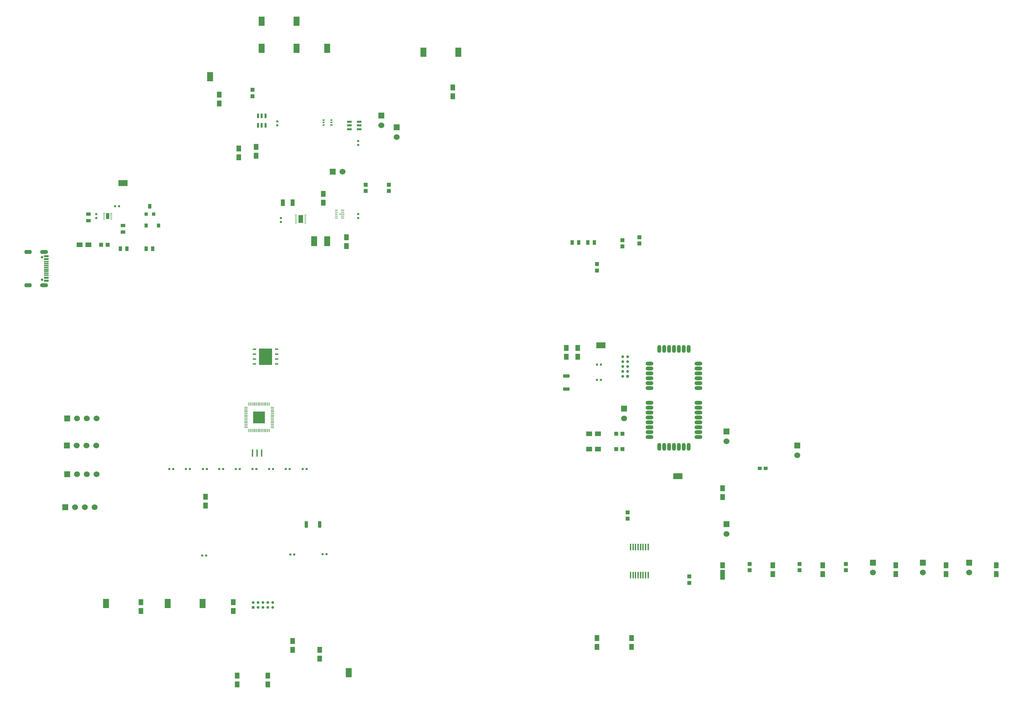
<source format=gbr>
%TF.GenerationSoftware,Altium Limited,Altium Designer,24.2.2 (26)*%
G04 Layer_Physical_Order=1*
G04 Layer_Color=255*
%FSLAX45Y45*%
%MOMM*%
%TF.SameCoordinates,E801744C-0769-472F-B71A-A4CB6A2CC1AD*%
%TF.FilePolarity,Positive*%
%TF.FileFunction,Copper,L1,Top,Signal*%
%TF.Part,Single*%
G01*
G75*
%TA.AperFunction,ConnectorPad*%
%ADD10R,1.27000X1.52400*%
%TA.AperFunction,SMDPad,CuDef*%
%ADD11R,1.27000X1.52400*%
G04:AMPARAMS|DCode=12|XSize=1.1mm|YSize=1.1mm|CornerRadius=0.275mm|HoleSize=0mm|Usage=FLASHONLY|Rotation=90.000|XOffset=0mm|YOffset=0mm|HoleType=Round|Shape=RoundedRectangle|*
%AMROUNDEDRECTD12*
21,1,1.10000,0.55000,0,0,90.0*
21,1,0.55000,1.10000,0,0,90.0*
1,1,0.55000,0.27500,0.27500*
1,1,0.55000,0.27500,-0.27500*
1,1,0.55000,-0.27500,-0.27500*
1,1,0.55000,-0.27500,0.27500*
%
%ADD12ROUNDEDRECTD12*%
%ADD13R,1.10000X1.10000*%
G04:AMPARAMS|DCode=14|XSize=0.91mm|YSize=1.07mm|CornerRadius=0.2275mm|HoleSize=0mm|Usage=FLASHONLY|Rotation=180.000|XOffset=0mm|YOffset=0mm|HoleType=Round|Shape=RoundedRectangle|*
%AMROUNDEDRECTD14*
21,1,0.91000,0.61500,0,0,180.0*
21,1,0.45500,1.07000,0,0,180.0*
1,1,0.45500,-0.22750,0.30750*
1,1,0.45500,0.22750,0.30750*
1,1,0.45500,0.22750,-0.30750*
1,1,0.45500,-0.22750,-0.30750*
%
%ADD14ROUNDEDRECTD14*%
%ADD15R,0.60960X0.50800*%
G04:AMPARAMS|DCode=16|XSize=0.6mm|YSize=0.25mm|CornerRadius=0.05mm|HoleSize=0mm|Usage=FLASHONLY|Rotation=0.000|XOffset=0mm|YOffset=0mm|HoleType=Round|Shape=RoundedRectangle|*
%AMROUNDEDRECTD16*
21,1,0.60000,0.15000,0,0,0.0*
21,1,0.50000,0.25000,0,0,0.0*
1,1,0.10000,0.25000,-0.07500*
1,1,0.10000,-0.25000,-0.07500*
1,1,0.10000,-0.25000,0.07500*
1,1,0.10000,0.25000,0.07500*
%
%ADD16ROUNDEDRECTD16*%
G04:AMPARAMS|DCode=17|XSize=0.9mm|YSize=0.25mm|CornerRadius=0.05mm|HoleSize=0mm|Usage=FLASHONLY|Rotation=0.000|XOffset=0mm|YOffset=0mm|HoleType=Round|Shape=RoundedRectangle|*
%AMROUNDEDRECTD17*
21,1,0.90000,0.15000,0,0,0.0*
21,1,0.80000,0.25000,0,0,0.0*
1,1,0.10000,0.40000,-0.07500*
1,1,0.10000,-0.40000,-0.07500*
1,1,0.10000,-0.40000,0.07500*
1,1,0.10000,0.40000,0.07500*
%
%ADD17ROUNDEDRECTD17*%
G04:AMPARAMS|DCode=18|XSize=1.3mm|YSize=0.25mm|CornerRadius=0.05mm|HoleSize=0mm|Usage=FLASHONLY|Rotation=0.000|XOffset=0mm|YOffset=0mm|HoleType=Round|Shape=RoundedRectangle|*
%AMROUNDEDRECTD18*
21,1,1.30000,0.15000,0,0,0.0*
21,1,1.20000,0.25000,0,0,0.0*
1,1,0.10000,0.60000,-0.07500*
1,1,0.10000,-0.60000,-0.07500*
1,1,0.10000,-0.60000,0.07500*
1,1,0.10000,0.60000,0.07500*
%
%ADD18ROUNDEDRECTD18*%
%ADD19R,0.50800X0.60960*%
%ADD20R,0.91440X1.27000*%
%ADD21R,0.91440X0.91440*%
%ADD22R,2.45000X1.65000*%
G04:AMPARAMS|DCode=23|XSize=0.9mm|YSize=1.6mm|CornerRadius=0.054mm|HoleSize=0mm|Usage=FLASHONLY|Rotation=0.000|XOffset=0mm|YOffset=0mm|HoleType=Round|Shape=RoundedRectangle|*
%AMROUNDEDRECTD23*
21,1,0.90000,1.49200,0,0,0.0*
21,1,0.79200,1.60000,0,0,0.0*
1,1,0.10800,0.39600,-0.74600*
1,1,0.10800,-0.39600,-0.74600*
1,1,0.10800,-0.39600,0.74600*
1,1,0.10800,0.39600,0.74600*
%
%ADD23ROUNDEDRECTD23*%
G04:AMPARAMS|DCode=24|XSize=0.5mm|YSize=0.25mm|CornerRadius=0.05mm|HoleSize=0mm|Usage=FLASHONLY|Rotation=0.000|XOffset=0mm|YOffset=0mm|HoleType=Round|Shape=RoundedRectangle|*
%AMROUNDEDRECTD24*
21,1,0.50000,0.15000,0,0,0.0*
21,1,0.40000,0.25000,0,0,0.0*
1,1,0.10000,0.20000,-0.07500*
1,1,0.10000,-0.20000,-0.07500*
1,1,0.10000,-0.20000,0.07500*
1,1,0.10000,0.20000,0.07500*
%
%ADD24ROUNDEDRECTD24*%
%ADD25R,1.27000X0.88900*%
G04:AMPARAMS|DCode=26|XSize=1.1mm|YSize=1.1mm|CornerRadius=0.275mm|HoleSize=0mm|Usage=FLASHONLY|Rotation=0.000|XOffset=0mm|YOffset=0mm|HoleType=Round|Shape=RoundedRectangle|*
%AMROUNDEDRECTD26*
21,1,1.10000,0.55000,0,0,0.0*
21,1,0.55000,1.10000,0,0,0.0*
1,1,0.55000,0.27500,-0.27500*
1,1,0.55000,-0.27500,-0.27500*
1,1,0.55000,-0.27500,0.27500*
1,1,0.55000,0.27500,0.27500*
%
%ADD26ROUNDEDRECTD26*%
%ADD27R,1.10000X1.10000*%
%ADD28R,1.52400X1.27000*%
%ADD29R,0.88900X1.27000*%
%TA.AperFunction,ConnectorPad*%
%ADD30R,1.15000X0.60000*%
%ADD31R,1.15000X0.30000*%
%TA.AperFunction,SMDPad,CuDef*%
%ADD32R,1.52400X2.54000*%
%ADD33R,1.00000X0.97000*%
%ADD34R,0.40000X1.90000*%
%ADD35R,1.00000X1.80000*%
%ADD36R,0.43180X1.65100*%
%ADD37R,1.65000X2.45000*%
%TA.AperFunction,ConnectorPad*%
%ADD38R,1.65000X2.45000*%
%TA.AperFunction,SMDPad,CuDef*%
%ADD39R,3.45440X4.34340*%
%ADD40R,0.96520X0.43180*%
G04:AMPARAMS|DCode=41|XSize=1.21mm|YSize=0.58mm|CornerRadius=0.0725mm|HoleSize=0mm|Usage=FLASHONLY|Rotation=0.000|XOffset=0mm|YOffset=0mm|HoleType=Round|Shape=RoundedRectangle|*
%AMROUNDEDRECTD41*
21,1,1.21000,0.43500,0,0,0.0*
21,1,1.06500,0.58000,0,0,0.0*
1,1,0.14500,0.53250,-0.21750*
1,1,0.14500,-0.53250,-0.21750*
1,1,0.14500,-0.53250,0.21750*
1,1,0.14500,0.53250,0.21750*
%
%ADD41ROUNDEDRECTD41*%
G04:AMPARAMS|DCode=42|XSize=1.21mm|YSize=0.58mm|CornerRadius=0.0725mm|HoleSize=0mm|Usage=FLASHONLY|Rotation=90.000|XOffset=0mm|YOffset=0mm|HoleType=Round|Shape=RoundedRectangle|*
%AMROUNDEDRECTD42*
21,1,1.21000,0.43500,0,0,90.0*
21,1,1.06500,0.58000,0,0,90.0*
1,1,0.14500,0.21750,0.53250*
1,1,0.14500,0.21750,-0.53250*
1,1,0.14500,-0.21750,-0.53250*
1,1,0.14500,-0.21750,0.53250*
%
%ADD42ROUNDEDRECTD42*%
%ADD43R,0.60000X0.40000*%
G04:AMPARAMS|DCode=44|XSize=0.4mm|YSize=0.6mm|CornerRadius=0.1mm|HoleSize=0mm|Usage=FLASHONLY|Rotation=90.000|XOffset=0mm|YOffset=0mm|HoleType=Round|Shape=RoundedRectangle|*
%AMROUNDEDRECTD44*
21,1,0.40000,0.40000,0,0,90.0*
21,1,0.20000,0.60000,0,0,90.0*
1,1,0.20000,0.20000,0.10000*
1,1,0.20000,0.20000,-0.10000*
1,1,0.20000,-0.20000,-0.10000*
1,1,0.20000,-0.20000,0.10000*
%
%ADD44ROUNDEDRECTD44*%
%ADD45O,2.03200X1.01600*%
%ADD46O,1.01600X2.03200*%
G04:AMPARAMS|DCode=47|XSize=0.8mm|YSize=1.7mm|CornerRadius=0.1mm|HoleSize=0mm|Usage=FLASHONLY|Rotation=270.000|XOffset=0mm|YOffset=0mm|HoleType=Round|Shape=RoundedRectangle|*
%AMROUNDEDRECTD47*
21,1,0.80000,1.50000,0,0,270.0*
21,1,0.60000,1.70000,0,0,270.0*
1,1,0.20000,-0.75000,-0.30000*
1,1,0.20000,-0.75000,0.30000*
1,1,0.20000,0.75000,0.30000*
1,1,0.20000,0.75000,-0.30000*
%
%ADD47ROUNDEDRECTD47*%
G04:AMPARAMS|DCode=48|XSize=0.8mm|YSize=1.7mm|CornerRadius=0.1mm|HoleSize=0mm|Usage=FLASHONLY|Rotation=0.000|XOffset=0mm|YOffset=0mm|HoleType=Round|Shape=RoundedRectangle|*
%AMROUNDEDRECTD48*
21,1,0.80000,1.50000,0,0,0.0*
21,1,0.60000,1.70000,0,0,0.0*
1,1,0.20000,0.30000,-0.75000*
1,1,0.20000,-0.30000,-0.75000*
1,1,0.20000,-0.30000,0.75000*
1,1,0.20000,0.30000,0.75000*
%
%ADD48ROUNDEDRECTD48*%
%ADD49R,0.60960X0.20320*%
%ADD50R,1.24460X2.15900*%
G04:AMPARAMS|DCode=51|XSize=0.2mm|YSize=0.84mm|CornerRadius=0.025mm|HoleSize=0mm|Usage=FLASHONLY|Rotation=0.000|XOffset=0mm|YOffset=0mm|HoleType=Round|Shape=RoundedRectangle|*
%AMROUNDEDRECTD51*
21,1,0.20000,0.79000,0,0,0.0*
21,1,0.15000,0.84000,0,0,0.0*
1,1,0.05000,0.07500,-0.39500*
1,1,0.05000,-0.07500,-0.39500*
1,1,0.05000,-0.07500,0.39500*
1,1,0.05000,0.07500,0.39500*
%
%ADD51ROUNDEDRECTD51*%
G04:AMPARAMS|DCode=52|XSize=0.84mm|YSize=0.2mm|CornerRadius=0.025mm|HoleSize=0mm|Usage=FLASHONLY|Rotation=0.000|XOffset=0mm|YOffset=0mm|HoleType=Round|Shape=RoundedRectangle|*
%AMROUNDEDRECTD52*
21,1,0.84000,0.15000,0,0,0.0*
21,1,0.79000,0.20000,0,0,0.0*
1,1,0.05000,0.39500,-0.07500*
1,1,0.05000,-0.39500,-0.07500*
1,1,0.05000,-0.39500,0.07500*
1,1,0.05000,0.39500,0.07500*
%
%ADD52ROUNDEDRECTD52*%
%ADD53R,3.10000X3.10000*%
%TA.AperFunction,ComponentPad*%
%ADD54R,1.52400X1.52400*%
%ADD55C,1.52400*%
%ADD56C,0.40000*%
G04:AMPARAMS|DCode=57|XSize=1.8mm|YSize=1mm|CornerRadius=0.25mm|HoleSize=0mm|Usage=FLASHONLY|Rotation=0.000|XOffset=0mm|YOffset=0mm|HoleType=Round|Shape=RoundedRectangle|*
%AMROUNDEDRECTD57*
21,1,1.80000,0.50000,0,0,0.0*
21,1,1.30000,1.00000,0,0,0.0*
1,1,0.50000,0.65000,-0.25000*
1,1,0.50000,-0.65000,-0.25000*
1,1,0.50000,-0.65000,0.25000*
1,1,0.50000,0.65000,0.25000*
%
%ADD57ROUNDEDRECTD57*%
%ADD58O,2.10000X1.00000*%
%ADD59C,0.65000*%
%ADD60R,1.52400X1.52400*%
%ADD61R,0.74000X0.74000*%
%ADD62C,0.74000*%
%ADD63R,0.74000X0.74000*%
D10*
X25360014Y460002D02*
D03*
Y688602D02*
D03*
X6460013Y-2397760D02*
D03*
Y-2169160D02*
D03*
X5660013Y-2397760D02*
D03*
Y-2169160D02*
D03*
D11*
X24060014Y460002D02*
D03*
Y688602D02*
D03*
X22760014Y460002D02*
D03*
Y688602D02*
D03*
X20860013Y460002D02*
D03*
Y688602D02*
D03*
X19560011Y460002D02*
D03*
Y688602D02*
D03*
X18260011Y460002D02*
D03*
Y688602D02*
D03*
Y2460003D02*
D03*
Y2688603D02*
D03*
X5560016Y-497760D02*
D03*
Y-269160D02*
D03*
X3160015Y-497760D02*
D03*
Y-269160D02*
D03*
X11260014Y12860002D02*
D03*
Y13088602D02*
D03*
X5200000Y12671400D02*
D03*
Y12900000D02*
D03*
X7800000Y-1728600D02*
D03*
Y-1500000D02*
D03*
X7100000D02*
D03*
Y-1271400D02*
D03*
X15900000Y-1428600D02*
D03*
Y-1200000D02*
D03*
X15000000Y-1428600D02*
D03*
Y-1200000D02*
D03*
X14501601Y6100000D02*
D03*
Y6328600D02*
D03*
X14201601D02*
D03*
Y6100000D02*
D03*
X8500000Y8971400D02*
D03*
Y9200000D02*
D03*
X6155195Y11312240D02*
D03*
Y11540840D02*
D03*
X7900000Y10328600D02*
D03*
Y10100000D02*
D03*
X5700000Y11271400D02*
D03*
Y11500000D02*
D03*
X4836700Y2242300D02*
D03*
Y2470900D02*
D03*
D12*
X21460013Y725002D02*
D03*
X20260011D02*
D03*
X18960011D02*
D03*
D13*
X21460013Y560002D02*
D03*
X20260011D02*
D03*
X18960011D02*
D03*
X17400000Y400000D02*
D03*
Y235000D02*
D03*
X15660011Y9125002D02*
D03*
Y8960002D02*
D03*
X15000000Y8500000D02*
D03*
Y8335000D02*
D03*
X15800000Y2065000D02*
D03*
Y1900000D02*
D03*
X16100000Y9200000D02*
D03*
Y9035000D02*
D03*
X6060011Y12860002D02*
D03*
Y13025002D02*
D03*
X9600000Y10400000D02*
D03*
Y10565000D02*
D03*
X9000000Y10400000D02*
D03*
Y10565000D02*
D03*
D14*
X3621000Y9500000D02*
D03*
X3300000D02*
D03*
D15*
X8800000Y11598400D02*
D03*
Y11700000D02*
D03*
Y9698400D02*
D03*
Y9800000D02*
D03*
X6800000Y9598400D02*
D03*
Y9700000D02*
D03*
X2000000Y9800000D02*
D03*
Y9698400D02*
D03*
X6700000Y12200000D02*
D03*
Y12098400D02*
D03*
D16*
X8232500Y9900000D02*
D03*
Y9850000D02*
D03*
Y9800000D02*
D03*
Y9750000D02*
D03*
Y9700000D02*
D03*
D17*
X8397500D02*
D03*
Y9750000D02*
D03*
Y9850000D02*
D03*
Y9900000D02*
D03*
D18*
X8377500Y9800000D02*
D03*
D19*
X2600000Y10000000D02*
D03*
X2498400D02*
D03*
X15101601Y5900000D02*
D03*
X15000000D02*
D03*
X15101601Y5500000D02*
D03*
X15000000D02*
D03*
X4431563Y3189995D02*
D03*
X4329963D02*
D03*
X4001564D02*
D03*
X3899964D02*
D03*
X7461557D02*
D03*
X7359957D02*
D03*
X7021558D02*
D03*
X6919958D02*
D03*
X6591559D02*
D03*
X6489959D02*
D03*
X6161560D02*
D03*
X6059960D02*
D03*
X5731561D02*
D03*
X5629961D02*
D03*
X5301561D02*
D03*
X5199961D02*
D03*
X4871562D02*
D03*
X4769962D02*
D03*
X4860000Y940000D02*
D03*
X4758400D02*
D03*
X7141600Y970000D02*
D03*
X7040000D02*
D03*
X7980000Y980000D02*
D03*
X7878400D02*
D03*
D20*
X3396520Y10003200D02*
D03*
D21*
X3490500Y9800000D02*
D03*
X3300000D02*
D03*
D22*
X2700000Y10600000D02*
D03*
X15101601Y6400000D02*
D03*
X17100000Y3000000D02*
D03*
D23*
X2300000Y9745000D02*
D03*
D24*
X2395000Y9820000D02*
D03*
Y9770000D02*
D03*
Y9720000D02*
D03*
Y9670000D02*
D03*
X2205000D02*
D03*
Y9720000D02*
D03*
Y9770000D02*
D03*
Y9820000D02*
D03*
D25*
X2700000Y9329820D02*
D03*
Y9500000D02*
D03*
X1800000Y9800000D02*
D03*
Y9629820D02*
D03*
X18260011Y530182D02*
D03*
Y360002D02*
D03*
D26*
X2300000Y9000000D02*
D03*
X15664999Y3700000D02*
D03*
Y4100000D02*
D03*
D27*
X2135000Y9000000D02*
D03*
X15500000Y3700000D02*
D03*
Y4100000D02*
D03*
D28*
X1800000Y9000000D02*
D03*
X1571400D02*
D03*
X15028600Y4100000D02*
D03*
X14800000D02*
D03*
X15028600Y3700000D02*
D03*
X14800000D02*
D03*
D29*
X2800000Y8900000D02*
D03*
X2629820D02*
D03*
X3300000D02*
D03*
X3470180D02*
D03*
X14760011Y9060002D02*
D03*
X14930193D02*
D03*
X14360011D02*
D03*
X14530191D02*
D03*
D30*
X707500Y8709000D02*
D03*
Y8069000D02*
D03*
Y8629000D02*
D03*
Y8149000D02*
D03*
D31*
Y8364000D02*
D03*
Y8414000D02*
D03*
Y8314000D02*
D03*
Y8264000D02*
D03*
Y8214000D02*
D03*
Y8464000D02*
D03*
Y8514000D02*
D03*
Y8564000D02*
D03*
D32*
X7657100Y9100000D02*
D03*
X8000000D02*
D03*
D33*
X19226500Y3200000D02*
D03*
X19373500D02*
D03*
D34*
X6060000Y3600000D02*
D03*
X6180000D02*
D03*
X6300000D02*
D03*
D35*
X6850000Y10100000D02*
D03*
X7100000D02*
D03*
D36*
X15871400Y436780D02*
D03*
X15937440D02*
D03*
X16003481D02*
D03*
X16066980D02*
D03*
X16133020D02*
D03*
X16196519D02*
D03*
X16262560D02*
D03*
X16328600D02*
D03*
Y1163220D02*
D03*
X16262560D02*
D03*
X16196519D02*
D03*
X16133020D02*
D03*
X16066980D02*
D03*
X16003481D02*
D03*
X15937440D02*
D03*
X15871400D02*
D03*
D37*
X2260015Y-297760D02*
D03*
X8560014Y-2097760D02*
D03*
X4760016Y-297760D02*
D03*
X3860015D02*
D03*
X7200000Y14100000D02*
D03*
X6299999D02*
D03*
X8000000D02*
D03*
X10500000Y14000000D02*
D03*
X11400001D02*
D03*
X4960016Y13360004D02*
D03*
D38*
X7199999Y14800000D02*
D03*
X6299998D02*
D03*
D39*
X6400000Y6100000D02*
D03*
D40*
X6687020Y6290500D02*
D03*
Y6163500D02*
D03*
Y6036500D02*
D03*
Y5909500D02*
D03*
X6112980D02*
D03*
Y6036500D02*
D03*
Y6163500D02*
D03*
Y6290500D02*
D03*
D41*
X8574500Y12195000D02*
D03*
Y12100000D02*
D03*
Y12005000D02*
D03*
X8825500Y12195000D02*
D03*
Y12100000D02*
D03*
Y12005000D02*
D03*
D42*
X6395000Y12351000D02*
D03*
X6300000D02*
D03*
X6205000D02*
D03*
X6395000Y12100000D02*
D03*
X6300000D02*
D03*
X6205000D02*
D03*
D43*
X7905000Y12109500D02*
D03*
Y12174500D02*
D03*
Y12239500D02*
D03*
X8105000D02*
D03*
Y12174500D02*
D03*
D44*
Y12109500D02*
D03*
D45*
X16364999Y4020500D02*
D03*
Y4147500D02*
D03*
Y4274500D02*
D03*
Y4401500D02*
D03*
Y4528500D02*
D03*
Y4655500D02*
D03*
Y4782500D02*
D03*
Y4909500D02*
D03*
Y5290500D02*
D03*
Y5417500D02*
D03*
Y5544500D02*
D03*
Y5671500D02*
D03*
Y5798500D02*
D03*
Y5925500D02*
D03*
X17635001D02*
D03*
Y5798500D02*
D03*
Y5671500D02*
D03*
Y5544500D02*
D03*
Y5417500D02*
D03*
Y5290500D02*
D03*
Y4909500D02*
D03*
Y4782500D02*
D03*
Y4655500D02*
D03*
Y4528500D02*
D03*
Y4401500D02*
D03*
Y4274500D02*
D03*
Y4147500D02*
D03*
Y4020500D02*
D03*
D46*
X16619000Y6306500D02*
D03*
X16746001D02*
D03*
X16873000D02*
D03*
X17000000D02*
D03*
X17127000D02*
D03*
X17253999D02*
D03*
X17381000D02*
D03*
Y3766500D02*
D03*
X17253999D02*
D03*
X17127000D02*
D03*
X17000000D02*
D03*
X16873000D02*
D03*
X16746001D02*
D03*
X16619000D02*
D03*
D47*
X14201601Y5600000D02*
D03*
Y5260000D02*
D03*
D48*
X7460000Y1750000D02*
D03*
X7800000D02*
D03*
D49*
X7185540Y9770000D02*
D03*
Y9720000D02*
D03*
Y9670000D02*
D03*
Y9620000D02*
D03*
Y9570000D02*
D03*
X7434460D02*
D03*
Y9620000D02*
D03*
Y9670000D02*
D03*
Y9720000D02*
D03*
Y9770000D02*
D03*
D50*
X7310000Y9670000D02*
D03*
D51*
X5970000Y4183000D02*
D03*
X6010000D02*
D03*
X6050000D02*
D03*
X6090000D02*
D03*
X6130000D02*
D03*
X6170000D02*
D03*
X6210000D02*
D03*
X6250000D02*
D03*
X6290000D02*
D03*
X6330000D02*
D03*
X6370000D02*
D03*
X6410000D02*
D03*
X6450000D02*
D03*
X6490000D02*
D03*
Y4870000D02*
D03*
X6450000D02*
D03*
X6410000D02*
D03*
X6370000D02*
D03*
X6330000D02*
D03*
X6290000D02*
D03*
X6250000D02*
D03*
X6210000D02*
D03*
X6170000D02*
D03*
X6130000D02*
D03*
X6090000D02*
D03*
X6050000D02*
D03*
X6010000D02*
D03*
X5970000D02*
D03*
D52*
X5886500Y4786500D02*
D03*
Y4746500D02*
D03*
Y4706500D02*
D03*
Y4666500D02*
D03*
Y4626500D02*
D03*
Y4586500D02*
D03*
Y4546500D02*
D03*
Y4506500D02*
D03*
Y4466500D02*
D03*
Y4426500D02*
D03*
Y4386500D02*
D03*
Y4346500D02*
D03*
Y4306500D02*
D03*
Y4266500D02*
D03*
X6573500D02*
D03*
Y4306500D02*
D03*
Y4346500D02*
D03*
Y4386500D02*
D03*
Y4426500D02*
D03*
Y4466500D02*
D03*
Y4506500D02*
D03*
Y4546500D02*
D03*
Y4586500D02*
D03*
Y4626500D02*
D03*
Y4666500D02*
D03*
Y4706500D02*
D03*
Y4746500D02*
D03*
Y4786500D02*
D03*
D53*
X6230000Y4526500D02*
D03*
D54*
X18360011Y1760002D02*
D03*
X24660014Y760002D02*
D03*
X23460014D02*
D03*
X22160013D02*
D03*
X18360011Y4160004D02*
D03*
X20200000Y3800000D02*
D03*
X9400000Y12354000D02*
D03*
X15700000Y4754000D02*
D03*
X9800000Y12054000D02*
D03*
D55*
X18360011Y1506002D02*
D03*
X24660014Y506002D02*
D03*
X23460014D02*
D03*
X22160013D02*
D03*
X18360011Y3906004D02*
D03*
X20200000Y3546000D02*
D03*
X8400000Y10900000D02*
D03*
X9400000Y12100000D02*
D03*
X15700000Y4500000D02*
D03*
X9800000Y11800000D02*
D03*
X1754016Y3799984D02*
D03*
X1500000Y3800000D02*
D03*
X2008000D02*
D03*
X1758017Y4499984D02*
D03*
X1504000Y4500000D02*
D03*
X2012000D02*
D03*
X1758017Y3049983D02*
D03*
X1504000Y3050000D02*
D03*
X2012000D02*
D03*
X1708016Y2199984D02*
D03*
X1454000Y2200000D02*
D03*
X1962000D02*
D03*
D56*
X2300000Y9690000D02*
D03*
Y9800000D02*
D03*
D57*
X232000Y8821000D02*
D03*
Y7957000D02*
D03*
D58*
X650000Y8821000D02*
D03*
Y7957000D02*
D03*
D59*
X600000Y8100000D02*
D03*
Y8678000D02*
D03*
D60*
X8146000Y10900000D02*
D03*
X1246000Y3800000D02*
D03*
X1250000Y4500000D02*
D03*
Y3050000D02*
D03*
X1200000Y2200000D02*
D03*
D61*
X6073000Y-400000D02*
D03*
D62*
X6200000D02*
D03*
X6327000D02*
D03*
X6454000D02*
D03*
X6581000D02*
D03*
X6073000Y-273000D02*
D03*
X6200000D02*
D03*
X6327000D02*
D03*
X6454000D02*
D03*
X6581000D02*
D03*
X15800000Y5719000D02*
D03*
Y5846000D02*
D03*
Y5973000D02*
D03*
Y6100000D02*
D03*
X15673000Y5592000D02*
D03*
Y5719000D02*
D03*
Y5846000D02*
D03*
Y5973000D02*
D03*
Y6100000D02*
D03*
D63*
X15800000Y5592000D02*
D03*
%TF.MD5,15f696173a8bd8b8f29b0cd3b65ab852*%
M02*

</source>
